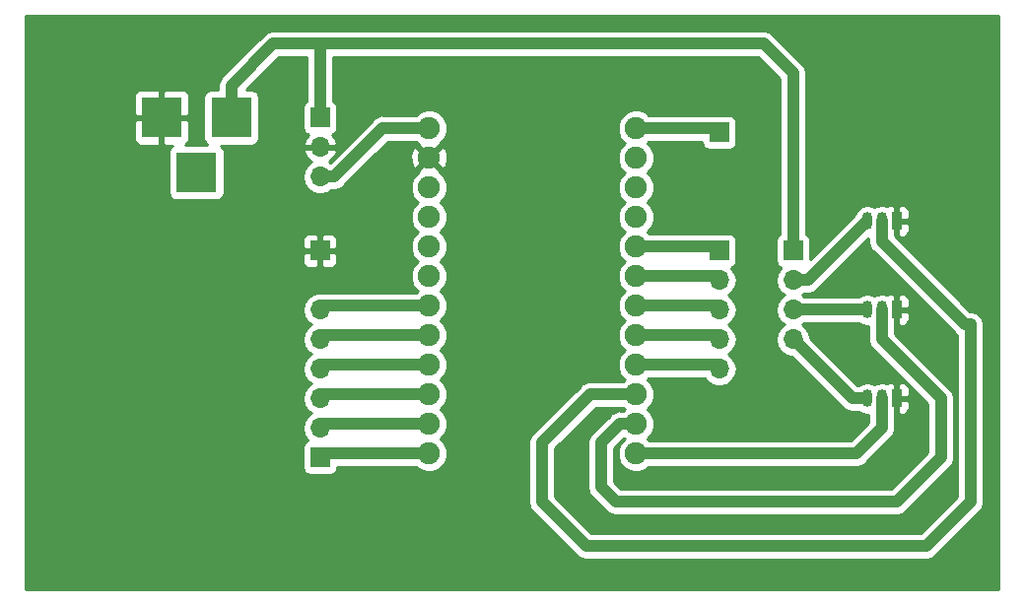
<source format=gbr>
G04 #@! TF.GenerationSoftware,KiCad,Pcbnew,(5.0.2)-1*
G04 #@! TF.CreationDate,2019-04-13T00:16:19-04:00*
G04 #@! TF.ProjectId,clock,636c6f63-6b2e-46b6-9963-61645f706362,rev?*
G04 #@! TF.SameCoordinates,Original*
G04 #@! TF.FileFunction,Copper,L2,Bot*
G04 #@! TF.FilePolarity,Positive*
%FSLAX46Y46*%
G04 Gerber Fmt 4.6, Leading zero omitted, Abs format (unit mm)*
G04 Created by KiCad (PCBNEW (5.0.2)-1) date 4/13/2019 12:16:19 AM*
%MOMM*%
%LPD*%
G01*
G04 APERTURE LIST*
G04 #@! TA.AperFunction,ComponentPad*
%ADD10R,0.900000X1.500000*%
G04 #@! TD*
G04 #@! TA.AperFunction,ComponentPad*
%ADD11O,0.900000X1.500000*%
G04 #@! TD*
G04 #@! TA.AperFunction,ComponentPad*
%ADD12R,3.500000X3.500000*%
G04 #@! TD*
G04 #@! TA.AperFunction,ComponentPad*
%ADD13O,1.700000X1.700000*%
G04 #@! TD*
G04 #@! TA.AperFunction,ComponentPad*
%ADD14R,1.700000X1.700000*%
G04 #@! TD*
G04 #@! TA.AperFunction,ComponentPad*
%ADD15C,1.900000*%
G04 #@! TD*
G04 #@! TA.AperFunction,Conductor*
%ADD16C,1.000000*%
G04 #@! TD*
G04 #@! TA.AperFunction,Conductor*
%ADD17C,0.254000*%
G04 #@! TD*
G04 APERTURE END LIST*
D10*
G04 #@! TO.P,Q3,1*
G04 #@! TO.N,GND*
X165100000Y-80010000D03*
D11*
G04 #@! TO.P,Q3,3*
G04 #@! TO.N,GREEN*
X162560000Y-80010000D03*
G04 #@! TO.P,Q3,2*
G04 #@! TO.N,GREEN_CTRL*
X163830000Y-80010000D03*
G04 #@! TD*
G04 #@! TO.P,Q2,2*
G04 #@! TO.N,RED_CTRL*
X163830000Y-87630000D03*
G04 #@! TO.P,Q2,3*
G04 #@! TO.N,RED*
X162560000Y-87630000D03*
D10*
G04 #@! TO.P,Q2,1*
G04 #@! TO.N,GND*
X165100000Y-87630000D03*
G04 #@! TD*
G04 #@! TO.P,Q1,1*
G04 #@! TO.N,GND*
X165100000Y-95250000D03*
D11*
G04 #@! TO.P,Q1,3*
G04 #@! TO.N,BLUE*
X162560000Y-95250000D03*
G04 #@! TO.P,Q1,2*
G04 #@! TO.N,BLUE_CTRL*
X163830000Y-95250000D03*
G04 #@! TD*
D12*
G04 #@! TO.P,J1,3*
G04 #@! TO.N,N/C*
X104950000Y-75820000D03*
G04 #@! TO.P,J1,2*
G04 #@! TO.N,GND*
X101950000Y-71120000D03*
G04 #@! TO.P,J1,1*
G04 #@! TO.N,+12V*
X107950000Y-71120000D03*
G04 #@! TD*
D13*
G04 #@! TO.P,J2,4*
G04 #@! TO.N,BLUE*
X156210000Y-90170000D03*
G04 #@! TO.P,J2,3*
G04 #@! TO.N,RED*
X156210000Y-87630000D03*
G04 #@! TO.P,J2,2*
G04 #@! TO.N,GREEN*
X156210000Y-85090000D03*
D14*
G04 #@! TO.P,J2,1*
G04 #@! TO.N,+12V*
X156210000Y-82550000D03*
G04 #@! TD*
G04 #@! TO.P,J3,1*
G04 #@! TO.N,3.3V*
X149860000Y-72390000D03*
G04 #@! TD*
D13*
G04 #@! TO.P,J4,6*
G04 #@! TO.N,A5*
X115570000Y-87630000D03*
G04 #@! TO.P,J4,5*
G04 #@! TO.N,A4*
X115570000Y-90170000D03*
G04 #@! TO.P,J4,4*
G04 #@! TO.N,A3*
X115570000Y-92710000D03*
G04 #@! TO.P,J4,3*
G04 #@! TO.N,A2*
X115570000Y-95250000D03*
G04 #@! TO.P,J4,2*
G04 #@! TO.N,A1*
X115570000Y-97790000D03*
D14*
G04 #@! TO.P,J4,1*
G04 #@! TO.N,A0*
X115570000Y-100330000D03*
G04 #@! TD*
G04 #@! TO.P,J5,1*
G04 #@! TO.N,GND*
X115570000Y-82550000D03*
G04 #@! TD*
D13*
G04 #@! TO.P,J6,5*
G04 #@! TO.N,D3*
X149860000Y-92710000D03*
G04 #@! TO.P,J6,4*
G04 #@! TO.N,D4*
X149860000Y-90170000D03*
G04 #@! TO.P,J6,3*
G04 #@! TO.N,D5*
X149860000Y-87630000D03*
G04 #@! TO.P,J6,2*
G04 #@! TO.N,D6*
X149860000Y-85090000D03*
D14*
G04 #@! TO.P,J6,1*
G04 #@! TO.N,D7*
X149860000Y-82550000D03*
G04 #@! TD*
D13*
G04 #@! TO.P,U1,3*
G04 #@! TO.N,Net-(U1-Pad3)*
X115570000Y-76200000D03*
G04 #@! TO.P,U1,2*
G04 #@! TO.N,GND*
X115570000Y-73660000D03*
D14*
G04 #@! TO.P,U1,1*
G04 #@! TO.N,+12V*
X115570000Y-71120000D03*
G04 #@! TD*
D15*
G04 #@! TO.P,U2,1*
G04 #@! TO.N,Net-(U1-Pad3)*
X124930002Y-72033002D03*
G04 #@! TO.P,U2,2*
G04 #@! TO.N,GND*
X124930002Y-74573002D03*
G04 #@! TO.P,U2,3*
G04 #@! TO.N,Net-(U2-Pad3)*
X124930002Y-77113002D03*
G04 #@! TO.P,U2,4*
G04 #@! TO.N,Net-(U2-Pad4)*
X124930002Y-79653002D03*
G04 #@! TO.P,U2,5*
G04 #@! TO.N,Net-(U2-Pad5)*
X124930002Y-82193002D03*
G04 #@! TO.P,U2,6*
G04 #@! TO.N,Net-(U2-Pad6)*
X124930002Y-84733002D03*
G04 #@! TO.P,U2,7*
G04 #@! TO.N,A5*
X124930002Y-87273002D03*
G04 #@! TO.P,U2,8*
G04 #@! TO.N,A4*
X124930002Y-89813002D03*
G04 #@! TO.P,U2,9*
G04 #@! TO.N,A3*
X124930002Y-92353002D03*
G04 #@! TO.P,U2,10*
G04 #@! TO.N,A2*
X124930002Y-94893002D03*
G04 #@! TO.P,U2,11*
G04 #@! TO.N,A1*
X124930002Y-97433002D03*
G04 #@! TO.P,U2,12*
G04 #@! TO.N,A0*
X124930002Y-99973002D03*
G04 #@! TO.P,U2,24*
G04 #@! TO.N,3.3V*
X142710002Y-72033002D03*
G04 #@! TO.P,U2,23*
G04 #@! TO.N,Net-(U2-Pad23)*
X142710002Y-74573002D03*
G04 #@! TO.P,U2,22*
G04 #@! TO.N,Net-(U2-Pad22)*
X142710002Y-77113002D03*
G04 #@! TO.P,U2,21*
G04 #@! TO.N,N/C*
X142710002Y-79653002D03*
G04 #@! TO.P,U2,20*
G04 #@! TO.N,D7*
X142710002Y-82193002D03*
G04 #@! TO.P,U2,19*
G04 #@! TO.N,D6*
X142710002Y-84733002D03*
G04 #@! TO.P,U2,18*
G04 #@! TO.N,D5*
X142710002Y-87273002D03*
G04 #@! TO.P,U2,17*
G04 #@! TO.N,D4*
X142710002Y-89813002D03*
G04 #@! TO.P,U2,16*
G04 #@! TO.N,D3*
X142710002Y-92353002D03*
G04 #@! TO.P,U2,15*
G04 #@! TO.N,GREEN_CTRL*
X142710002Y-94893002D03*
G04 #@! TO.P,U2,14*
G04 #@! TO.N,RED_CTRL*
X142710002Y-97433002D03*
G04 #@! TO.P,U2,13*
G04 #@! TO.N,BLUE_CTRL*
X142710002Y-99973002D03*
G04 #@! TD*
D16*
G04 #@! TO.N,+12V*
X107950000Y-71120000D02*
X107950000Y-68370000D01*
X107950000Y-68370000D02*
X111550000Y-64770000D01*
X115570000Y-71120000D02*
X115570000Y-64770000D01*
X111550000Y-64770000D02*
X115570000Y-64770000D01*
X156210000Y-67310000D02*
X156210000Y-82550000D01*
X115570000Y-64770000D02*
X153670000Y-64770000D01*
X153670000Y-64770000D02*
X156210000Y-67310000D01*
G04 #@! TO.N,BLUE*
X161290000Y-95250000D02*
X162379990Y-95250000D01*
X156210000Y-90170000D02*
X161290000Y-95250000D01*
G04 #@! TO.N,RED*
X156210000Y-87630000D02*
X162379990Y-87630000D01*
G04 #@! TO.N,GREEN*
X157480000Y-85090000D02*
X162379990Y-80190010D01*
X156210000Y-85090000D02*
X157480000Y-85090000D01*
G04 #@! TO.N,3.3V*
X149503002Y-72033002D02*
X149860000Y-72390000D01*
X142710002Y-72033002D02*
X149503002Y-72033002D01*
G04 #@! TO.N,A5*
X115926998Y-87273002D02*
X115570000Y-87630000D01*
X124930002Y-87273002D02*
X115926998Y-87273002D01*
G04 #@! TO.N,A4*
X115926998Y-89813002D02*
X115570000Y-90170000D01*
X124930002Y-89813002D02*
X115926998Y-89813002D01*
G04 #@! TO.N,A3*
X115926998Y-92353002D02*
X115570000Y-92710000D01*
X124930002Y-92353002D02*
X115926998Y-92353002D01*
G04 #@! TO.N,A2*
X115926998Y-94893002D02*
X115570000Y-95250000D01*
X124930002Y-94893002D02*
X115926998Y-94893002D01*
G04 #@! TO.N,A1*
X115926998Y-97433002D02*
X115570000Y-97790000D01*
X124930002Y-97433002D02*
X115926998Y-97433002D01*
G04 #@! TO.N,A0*
X115926998Y-99973002D02*
X115570000Y-100330000D01*
X124930002Y-99973002D02*
X115926998Y-99973002D01*
G04 #@! TO.N,D3*
X149503002Y-92353002D02*
X149860000Y-92710000D01*
X142710002Y-92353002D02*
X149503002Y-92353002D01*
G04 #@! TO.N,D4*
X149503002Y-89813002D02*
X149860000Y-90170000D01*
X142710002Y-89813002D02*
X149503002Y-89813002D01*
G04 #@! TO.N,D5*
X149503002Y-87273002D02*
X149860000Y-87630000D01*
X142710002Y-87273002D02*
X149503002Y-87273002D01*
G04 #@! TO.N,D6*
X149503002Y-84733002D02*
X149860000Y-85090000D01*
X142710002Y-84733002D02*
X149503002Y-84733002D01*
G04 #@! TO.N,D7*
X149503002Y-82193002D02*
X149860000Y-82550000D01*
X142710002Y-82193002D02*
X149503002Y-82193002D01*
G04 #@! TO.N,Net-(U1-Pad3)*
X123586500Y-72033002D02*
X124930002Y-72033002D01*
X120939079Y-72033002D02*
X123586500Y-72033002D01*
X116772081Y-76200000D02*
X120939079Y-72033002D01*
X115570000Y-76200000D02*
X116772081Y-76200000D01*
G04 #@! TO.N,GREEN_CTRL*
X142710002Y-94893002D02*
X138786998Y-94893002D01*
X138786998Y-94893002D02*
X134620000Y-99060000D01*
X134620000Y-99060000D02*
X134620000Y-104140000D01*
X134620000Y-104140000D02*
X138430000Y-107950000D01*
X138430000Y-107950000D02*
X167640000Y-107950000D01*
X167640000Y-107950000D02*
X171450000Y-104140000D01*
X171450000Y-104140000D02*
X171450000Y-88900000D01*
X163830000Y-81760000D02*
X163830000Y-80010000D01*
X170970000Y-88900000D02*
X163830000Y-81760000D01*
X171450000Y-88900000D02*
X170970000Y-88900000D01*
G04 #@! TO.N,RED_CTRL*
X142710002Y-97433002D02*
X141326998Y-97433002D01*
X141326998Y-97433002D02*
X139700000Y-99060000D01*
X139700000Y-99060000D02*
X139700000Y-99479002D01*
X139700000Y-99479002D02*
X139700000Y-102870000D01*
X139700000Y-102870000D02*
X140970000Y-104140000D01*
X140970000Y-104140000D02*
X165100000Y-104140000D01*
X165100000Y-104140000D02*
X168910000Y-100330000D01*
X168910000Y-100330000D02*
X168910000Y-95250000D01*
X168910000Y-95250000D02*
X163830000Y-90170000D01*
X163830000Y-90170000D02*
X163830000Y-87630000D01*
G04 #@! TO.N,BLUE_CTRL*
X142710002Y-99973002D02*
X161646998Y-99973002D01*
X163830000Y-97790000D02*
X163830000Y-95250000D01*
X161646998Y-99973002D02*
X163830000Y-97790000D01*
G04 #@! TD*
D17*
G04 #@! TO.N,GND*
G36*
X173863000Y-111633000D02*
X90297000Y-111633000D01*
X90297000Y-87630000D01*
X114055908Y-87630000D01*
X114171161Y-88209418D01*
X114499375Y-88700625D01*
X114797761Y-88900000D01*
X114499375Y-89099375D01*
X114171161Y-89590582D01*
X114055908Y-90170000D01*
X114171161Y-90749418D01*
X114499375Y-91240625D01*
X114797761Y-91440000D01*
X114499375Y-91639375D01*
X114171161Y-92130582D01*
X114055908Y-92710000D01*
X114171161Y-93289418D01*
X114499375Y-93780625D01*
X114797761Y-93980000D01*
X114499375Y-94179375D01*
X114171161Y-94670582D01*
X114055908Y-95250000D01*
X114171161Y-95829418D01*
X114499375Y-96320625D01*
X114797761Y-96520000D01*
X114499375Y-96719375D01*
X114171161Y-97210582D01*
X114055908Y-97790000D01*
X114171161Y-98369418D01*
X114499375Y-98860625D01*
X114517619Y-98872816D01*
X114472235Y-98881843D01*
X114262191Y-99022191D01*
X114121843Y-99232235D01*
X114072560Y-99480000D01*
X114072560Y-101180000D01*
X114121843Y-101427765D01*
X114262191Y-101637809D01*
X114472235Y-101778157D01*
X114720000Y-101827440D01*
X116420000Y-101827440D01*
X116667765Y-101778157D01*
X116877809Y-101637809D01*
X117018157Y-101427765D01*
X117067440Y-101180000D01*
X117067440Y-101108002D01*
X123823474Y-101108002D01*
X124032172Y-101316700D01*
X124614726Y-101558002D01*
X125245278Y-101558002D01*
X125827832Y-101316700D01*
X126273700Y-100870832D01*
X126515002Y-100288278D01*
X126515002Y-99657726D01*
X126273700Y-99075172D01*
X125901530Y-98703002D01*
X126273700Y-98330832D01*
X126515002Y-97748278D01*
X126515002Y-97117726D01*
X126273700Y-96535172D01*
X125901530Y-96163002D01*
X126273700Y-95790832D01*
X126515002Y-95208278D01*
X126515002Y-94577726D01*
X126273700Y-93995172D01*
X125901530Y-93623002D01*
X126273700Y-93250832D01*
X126515002Y-92668278D01*
X126515002Y-92037726D01*
X126273700Y-91455172D01*
X125901530Y-91083002D01*
X126273700Y-90710832D01*
X126515002Y-90128278D01*
X126515002Y-89497726D01*
X126273700Y-88915172D01*
X125901530Y-88543002D01*
X126273700Y-88170832D01*
X126515002Y-87588278D01*
X126515002Y-86957726D01*
X126273700Y-86375172D01*
X125901530Y-86003002D01*
X126273700Y-85630832D01*
X126515002Y-85048278D01*
X126515002Y-84417726D01*
X126273700Y-83835172D01*
X125901530Y-83463002D01*
X126273700Y-83090832D01*
X126515002Y-82508278D01*
X126515002Y-81877726D01*
X126273700Y-81295172D01*
X125901530Y-80923002D01*
X126273700Y-80550832D01*
X126515002Y-79968278D01*
X126515002Y-79337726D01*
X126273700Y-78755172D01*
X125901530Y-78383002D01*
X126273700Y-78010832D01*
X126515002Y-77428278D01*
X126515002Y-76797726D01*
X126273700Y-76215172D01*
X125835693Y-75777165D01*
X125866747Y-75689352D01*
X124930002Y-74752607D01*
X123993257Y-75689352D01*
X124024311Y-75777165D01*
X123586304Y-76215172D01*
X123345002Y-76797726D01*
X123345002Y-77428278D01*
X123586304Y-78010832D01*
X123958474Y-78383002D01*
X123586304Y-78755172D01*
X123345002Y-79337726D01*
X123345002Y-79968278D01*
X123586304Y-80550832D01*
X123958474Y-80923002D01*
X123586304Y-81295172D01*
X123345002Y-81877726D01*
X123345002Y-82508278D01*
X123586304Y-83090832D01*
X123958474Y-83463002D01*
X123586304Y-83835172D01*
X123345002Y-84417726D01*
X123345002Y-85048278D01*
X123586304Y-85630832D01*
X123958474Y-86003002D01*
X123823474Y-86138002D01*
X116038779Y-86138002D01*
X115926997Y-86115767D01*
X115815215Y-86138002D01*
X115748145Y-86151343D01*
X115716256Y-86145000D01*
X115423744Y-86145000D01*
X114990582Y-86231161D01*
X114499375Y-86559375D01*
X114171161Y-87050582D01*
X114055908Y-87630000D01*
X90297000Y-87630000D01*
X90297000Y-82835750D01*
X114085000Y-82835750D01*
X114085000Y-83526310D01*
X114181673Y-83759699D01*
X114360302Y-83938327D01*
X114593691Y-84035000D01*
X115284250Y-84035000D01*
X115443000Y-83876250D01*
X115443000Y-82677000D01*
X115697000Y-82677000D01*
X115697000Y-83876250D01*
X115855750Y-84035000D01*
X116546309Y-84035000D01*
X116779698Y-83938327D01*
X116958327Y-83759699D01*
X117055000Y-83526310D01*
X117055000Y-82835750D01*
X116896250Y-82677000D01*
X115697000Y-82677000D01*
X115443000Y-82677000D01*
X114243750Y-82677000D01*
X114085000Y-82835750D01*
X90297000Y-82835750D01*
X90297000Y-81573690D01*
X114085000Y-81573690D01*
X114085000Y-82264250D01*
X114243750Y-82423000D01*
X115443000Y-82423000D01*
X115443000Y-81223750D01*
X115697000Y-81223750D01*
X115697000Y-82423000D01*
X116896250Y-82423000D01*
X117055000Y-82264250D01*
X117055000Y-81573690D01*
X116958327Y-81340301D01*
X116779698Y-81161673D01*
X116546309Y-81065000D01*
X115855750Y-81065000D01*
X115697000Y-81223750D01*
X115443000Y-81223750D01*
X115284250Y-81065000D01*
X114593691Y-81065000D01*
X114360302Y-81161673D01*
X114181673Y-81340301D01*
X114085000Y-81573690D01*
X90297000Y-81573690D01*
X90297000Y-71405750D01*
X99565000Y-71405750D01*
X99565000Y-72996310D01*
X99661673Y-73229699D01*
X99840302Y-73408327D01*
X100073691Y-73505000D01*
X101664250Y-73505000D01*
X101823000Y-73346250D01*
X101823000Y-71247000D01*
X102077000Y-71247000D01*
X102077000Y-73346250D01*
X102235750Y-73505000D01*
X102902612Y-73505000D01*
X102742191Y-73612191D01*
X102601843Y-73822235D01*
X102552560Y-74070000D01*
X102552560Y-77570000D01*
X102601843Y-77817765D01*
X102742191Y-78027809D01*
X102952235Y-78168157D01*
X103200000Y-78217440D01*
X106700000Y-78217440D01*
X106947765Y-78168157D01*
X107157809Y-78027809D01*
X107298157Y-77817765D01*
X107347440Y-77570000D01*
X107347440Y-76200000D01*
X114055908Y-76200000D01*
X114171161Y-76779418D01*
X114499375Y-77270625D01*
X114990582Y-77598839D01*
X115423744Y-77685000D01*
X115716256Y-77685000D01*
X116149418Y-77598839D01*
X116544281Y-77335000D01*
X116660298Y-77335000D01*
X116772081Y-77357235D01*
X116883864Y-77335000D01*
X117214936Y-77269146D01*
X117590370Y-77018289D01*
X117653694Y-76923518D01*
X120256812Y-74320400D01*
X123333814Y-74320400D01*
X123358650Y-74950463D01*
X123551983Y-75417210D01*
X123813652Y-75509747D01*
X124750397Y-74573002D01*
X125109607Y-74573002D01*
X126046352Y-75509747D01*
X126308021Y-75417210D01*
X126526190Y-74825604D01*
X126501354Y-74195541D01*
X126308021Y-73728794D01*
X126046352Y-73636257D01*
X125109607Y-74573002D01*
X124750397Y-74573002D01*
X123813652Y-73636257D01*
X123551983Y-73728794D01*
X123333814Y-74320400D01*
X120256812Y-74320400D01*
X121409211Y-73168002D01*
X123823474Y-73168002D01*
X124024311Y-73368839D01*
X123993257Y-73456652D01*
X124930002Y-74393397D01*
X125866747Y-73456652D01*
X125835693Y-73368839D01*
X126273700Y-72930832D01*
X126515002Y-72348278D01*
X126515002Y-71717726D01*
X126273700Y-71135172D01*
X125827832Y-70689304D01*
X125245278Y-70448002D01*
X124614726Y-70448002D01*
X124032172Y-70689304D01*
X123823474Y-70898002D01*
X121050861Y-70898002D01*
X120939078Y-70875767D01*
X120606891Y-70941843D01*
X120496224Y-70963856D01*
X120120790Y-71214713D01*
X120057468Y-71309481D01*
X116399014Y-74967936D01*
X116321522Y-74916157D01*
X116451358Y-74855183D01*
X116841645Y-74426924D01*
X117011476Y-74016890D01*
X116890155Y-73787000D01*
X115697000Y-73787000D01*
X115697000Y-73807000D01*
X115443000Y-73807000D01*
X115443000Y-73787000D01*
X114249845Y-73787000D01*
X114128524Y-74016890D01*
X114298355Y-74426924D01*
X114688642Y-74855183D01*
X114818478Y-74916157D01*
X114499375Y-75129375D01*
X114171161Y-75620582D01*
X114055908Y-76200000D01*
X107347440Y-76200000D01*
X107347440Y-74070000D01*
X107298157Y-73822235D01*
X107157809Y-73612191D01*
X107016005Y-73517440D01*
X109700000Y-73517440D01*
X109947765Y-73468157D01*
X110157809Y-73327809D01*
X110298157Y-73117765D01*
X110347440Y-72870000D01*
X110347440Y-69370000D01*
X110298157Y-69122235D01*
X110157809Y-68912191D01*
X109947765Y-68771843D01*
X109700000Y-68722560D01*
X109202571Y-68722560D01*
X112020132Y-65905000D01*
X114435001Y-65905000D01*
X114435000Y-69696723D01*
X114262191Y-69812191D01*
X114121843Y-70022235D01*
X114072560Y-70270000D01*
X114072560Y-71970000D01*
X114121843Y-72217765D01*
X114262191Y-72427809D01*
X114472235Y-72568157D01*
X114575708Y-72588739D01*
X114298355Y-72893076D01*
X114128524Y-73303110D01*
X114249845Y-73533000D01*
X115443000Y-73533000D01*
X115443000Y-73513000D01*
X115697000Y-73513000D01*
X115697000Y-73533000D01*
X116890155Y-73533000D01*
X117011476Y-73303110D01*
X116841645Y-72893076D01*
X116564292Y-72588739D01*
X116667765Y-72568157D01*
X116877809Y-72427809D01*
X117018157Y-72217765D01*
X117067440Y-71970000D01*
X117067440Y-70270000D01*
X117018157Y-70022235D01*
X116877809Y-69812191D01*
X116705000Y-69696723D01*
X116705000Y-65905000D01*
X153199869Y-65905000D01*
X155075000Y-67780132D01*
X155075001Y-81126722D01*
X154902191Y-81242191D01*
X154761843Y-81452235D01*
X154712560Y-81700000D01*
X154712560Y-83400000D01*
X154761843Y-83647765D01*
X154902191Y-83857809D01*
X155112235Y-83998157D01*
X155157619Y-84007184D01*
X155139375Y-84019375D01*
X154811161Y-84510582D01*
X154695908Y-85090000D01*
X154811161Y-85669418D01*
X155139375Y-86160625D01*
X155437761Y-86360000D01*
X155139375Y-86559375D01*
X154811161Y-87050582D01*
X154695908Y-87630000D01*
X154811161Y-88209418D01*
X155139375Y-88700625D01*
X155437761Y-88900000D01*
X155139375Y-89099375D01*
X154811161Y-89590582D01*
X154695908Y-90170000D01*
X154811161Y-90749418D01*
X155139375Y-91240625D01*
X155630582Y-91568839D01*
X156063744Y-91655000D01*
X156089869Y-91655000D01*
X160408389Y-95973521D01*
X160471711Y-96068289D01*
X160723756Y-96236700D01*
X160847145Y-96319146D01*
X161290000Y-96407235D01*
X161401783Y-96385000D01*
X161856719Y-96385000D01*
X162136655Y-96572047D01*
X162560000Y-96656256D01*
X162695000Y-96629403D01*
X162695000Y-97319868D01*
X161176867Y-98838002D01*
X143816530Y-98838002D01*
X143681530Y-98703002D01*
X144053700Y-98330832D01*
X144295002Y-97748278D01*
X144295002Y-97117726D01*
X144053700Y-96535172D01*
X143681530Y-96163002D01*
X144053700Y-95790832D01*
X144295002Y-95208278D01*
X144295002Y-94577726D01*
X144053700Y-93995172D01*
X143681530Y-93623002D01*
X143816530Y-93488002D01*
X148593851Y-93488002D01*
X148789375Y-93780625D01*
X149280582Y-94108839D01*
X149713744Y-94195000D01*
X150006256Y-94195000D01*
X150439418Y-94108839D01*
X150930625Y-93780625D01*
X151258839Y-93289418D01*
X151374092Y-92710000D01*
X151258839Y-92130582D01*
X150930625Y-91639375D01*
X150632239Y-91440000D01*
X150930625Y-91240625D01*
X151258839Y-90749418D01*
X151374092Y-90170000D01*
X151258839Y-89590582D01*
X150930625Y-89099375D01*
X150632239Y-88900000D01*
X150930625Y-88700625D01*
X151258839Y-88209418D01*
X151374092Y-87630000D01*
X151258839Y-87050582D01*
X150930625Y-86559375D01*
X150632239Y-86360000D01*
X150930625Y-86160625D01*
X151258839Y-85669418D01*
X151374092Y-85090000D01*
X151258839Y-84510582D01*
X150930625Y-84019375D01*
X150912381Y-84007184D01*
X150957765Y-83998157D01*
X151167809Y-83857809D01*
X151308157Y-83647765D01*
X151357440Y-83400000D01*
X151357440Y-81700000D01*
X151308157Y-81452235D01*
X151167809Y-81242191D01*
X150957765Y-81101843D01*
X150710000Y-81052560D01*
X149587426Y-81052560D01*
X149503002Y-81035767D01*
X149418578Y-81052560D01*
X149010000Y-81052560D01*
X148982641Y-81058002D01*
X143816530Y-81058002D01*
X143681530Y-80923002D01*
X144053700Y-80550832D01*
X144295002Y-79968278D01*
X144295002Y-79337726D01*
X144053700Y-78755172D01*
X143681530Y-78383002D01*
X144053700Y-78010832D01*
X144295002Y-77428278D01*
X144295002Y-76797726D01*
X144053700Y-76215172D01*
X143681530Y-75843002D01*
X144053700Y-75470832D01*
X144295002Y-74888278D01*
X144295002Y-74257726D01*
X144053700Y-73675172D01*
X143681530Y-73303002D01*
X143816530Y-73168002D01*
X148362560Y-73168002D01*
X148362560Y-73240000D01*
X148411843Y-73487765D01*
X148552191Y-73697809D01*
X148762235Y-73838157D01*
X149010000Y-73887440D01*
X150710000Y-73887440D01*
X150957765Y-73838157D01*
X151167809Y-73697809D01*
X151308157Y-73487765D01*
X151357440Y-73240000D01*
X151357440Y-71540000D01*
X151308157Y-71292235D01*
X151167809Y-71082191D01*
X150957765Y-70941843D01*
X150710000Y-70892560D01*
X149587426Y-70892560D01*
X149503002Y-70875767D01*
X149418578Y-70892560D01*
X149010000Y-70892560D01*
X148982641Y-70898002D01*
X143816530Y-70898002D01*
X143607832Y-70689304D01*
X143025278Y-70448002D01*
X142394726Y-70448002D01*
X141812172Y-70689304D01*
X141366304Y-71135172D01*
X141125002Y-71717726D01*
X141125002Y-72348278D01*
X141366304Y-72930832D01*
X141738474Y-73303002D01*
X141366304Y-73675172D01*
X141125002Y-74257726D01*
X141125002Y-74888278D01*
X141366304Y-75470832D01*
X141738474Y-75843002D01*
X141366304Y-76215172D01*
X141125002Y-76797726D01*
X141125002Y-77428278D01*
X141366304Y-78010832D01*
X141738474Y-78383002D01*
X141366304Y-78755172D01*
X141125002Y-79337726D01*
X141125002Y-79968278D01*
X141366304Y-80550832D01*
X141738474Y-80923002D01*
X141366304Y-81295172D01*
X141125002Y-81877726D01*
X141125002Y-82508278D01*
X141366304Y-83090832D01*
X141738474Y-83463002D01*
X141366304Y-83835172D01*
X141125002Y-84417726D01*
X141125002Y-85048278D01*
X141366304Y-85630832D01*
X141738474Y-86003002D01*
X141366304Y-86375172D01*
X141125002Y-86957726D01*
X141125002Y-87588278D01*
X141366304Y-88170832D01*
X141738474Y-88543002D01*
X141366304Y-88915172D01*
X141125002Y-89497726D01*
X141125002Y-90128278D01*
X141366304Y-90710832D01*
X141738474Y-91083002D01*
X141366304Y-91455172D01*
X141125002Y-92037726D01*
X141125002Y-92668278D01*
X141366304Y-93250832D01*
X141738474Y-93623002D01*
X141603474Y-93758002D01*
X138898780Y-93758002D01*
X138786997Y-93735767D01*
X138344143Y-93823856D01*
X137968709Y-94074713D01*
X137905387Y-94169481D01*
X133896482Y-98178387D01*
X133801711Y-98241711D01*
X133620092Y-98513524D01*
X133550854Y-98617146D01*
X133462765Y-99060000D01*
X133485000Y-99171783D01*
X133485001Y-104028212D01*
X133462765Y-104140000D01*
X133550854Y-104582854D01*
X133550855Y-104582855D01*
X133801712Y-104958289D01*
X133896480Y-105021611D01*
X137548389Y-108673521D01*
X137611711Y-108768289D01*
X137987145Y-109019146D01*
X138430000Y-109107235D01*
X138541783Y-109085000D01*
X167528217Y-109085000D01*
X167640000Y-109107235D01*
X167751783Y-109085000D01*
X168082855Y-109019146D01*
X168458289Y-108768289D01*
X168521613Y-108673518D01*
X172173522Y-105021610D01*
X172268289Y-104958289D01*
X172519146Y-104582855D01*
X172585000Y-104251783D01*
X172585000Y-104251782D01*
X172607235Y-104140000D01*
X172585000Y-104028217D01*
X172585000Y-89011783D01*
X172607235Y-88900000D01*
X172519146Y-88457145D01*
X172268289Y-88081711D01*
X171892855Y-87830854D01*
X171561783Y-87765000D01*
X171450000Y-87742765D01*
X171423223Y-87748091D01*
X164965000Y-81289869D01*
X164965000Y-81244250D01*
X164973000Y-81236250D01*
X164973000Y-80137000D01*
X165227000Y-80137000D01*
X165227000Y-81236250D01*
X165385750Y-81395000D01*
X165676309Y-81395000D01*
X165909698Y-81298327D01*
X166088327Y-81119699D01*
X166185000Y-80886310D01*
X166185000Y-80295750D01*
X166026250Y-80137000D01*
X165227000Y-80137000D01*
X164973000Y-80137000D01*
X164965000Y-80137000D01*
X164965000Y-79898217D01*
X164961973Y-79883000D01*
X164973000Y-79883000D01*
X164973000Y-78783750D01*
X165227000Y-78783750D01*
X165227000Y-79883000D01*
X166026250Y-79883000D01*
X166185000Y-79724250D01*
X166185000Y-79133690D01*
X166088327Y-78900301D01*
X165909698Y-78721673D01*
X165676309Y-78625000D01*
X165385750Y-78625000D01*
X165227000Y-78783750D01*
X164973000Y-78783750D01*
X164814250Y-78625000D01*
X164523691Y-78625000D01*
X164298641Y-78718219D01*
X164253345Y-78687953D01*
X163830000Y-78603744D01*
X163406654Y-78687953D01*
X163195000Y-78829376D01*
X162983345Y-78687953D01*
X162560000Y-78603744D01*
X162136654Y-78687953D01*
X161777759Y-78927759D01*
X161537953Y-79286655D01*
X161503126Y-79461742D01*
X157707440Y-83257429D01*
X157707440Y-81700000D01*
X157658157Y-81452235D01*
X157517809Y-81242191D01*
X157345000Y-81126723D01*
X157345000Y-67421781D01*
X157367235Y-67309999D01*
X157345000Y-67198217D01*
X157279146Y-66867145D01*
X157028289Y-66491711D01*
X156933521Y-66428390D01*
X154551613Y-64046482D01*
X154488289Y-63951711D01*
X154112855Y-63700854D01*
X153781783Y-63635000D01*
X153670000Y-63612765D01*
X153558217Y-63635000D01*
X115681783Y-63635000D01*
X115570000Y-63612765D01*
X115458217Y-63635000D01*
X111661783Y-63635000D01*
X111550000Y-63612765D01*
X111438217Y-63635000D01*
X111107145Y-63700854D01*
X110731711Y-63951711D01*
X110668389Y-64046479D01*
X107226480Y-67488389D01*
X107131712Y-67551711D01*
X106997313Y-67752854D01*
X106880854Y-67927146D01*
X106792765Y-68370000D01*
X106815001Y-68481788D01*
X106815001Y-68722560D01*
X106200000Y-68722560D01*
X105952235Y-68771843D01*
X105742191Y-68912191D01*
X105601843Y-69122235D01*
X105552560Y-69370000D01*
X105552560Y-72870000D01*
X105601843Y-73117765D01*
X105742191Y-73327809D01*
X105883995Y-73422560D01*
X104025337Y-73422560D01*
X104059698Y-73408327D01*
X104238327Y-73229699D01*
X104335000Y-72996310D01*
X104335000Y-71405750D01*
X104176250Y-71247000D01*
X102077000Y-71247000D01*
X101823000Y-71247000D01*
X99723750Y-71247000D01*
X99565000Y-71405750D01*
X90297000Y-71405750D01*
X90297000Y-69243690D01*
X99565000Y-69243690D01*
X99565000Y-70834250D01*
X99723750Y-70993000D01*
X101823000Y-70993000D01*
X101823000Y-68893750D01*
X102077000Y-68893750D01*
X102077000Y-70993000D01*
X104176250Y-70993000D01*
X104335000Y-70834250D01*
X104335000Y-69243690D01*
X104238327Y-69010301D01*
X104059698Y-68831673D01*
X103826309Y-68735000D01*
X102235750Y-68735000D01*
X102077000Y-68893750D01*
X101823000Y-68893750D01*
X101664250Y-68735000D01*
X100073691Y-68735000D01*
X99840302Y-68831673D01*
X99661673Y-69010301D01*
X99565000Y-69243690D01*
X90297000Y-69243690D01*
X90297000Y-62357000D01*
X173863000Y-62357000D01*
X173863000Y-111633000D01*
X173863000Y-111633000D01*
G37*
X173863000Y-111633000D02*
X90297000Y-111633000D01*
X90297000Y-87630000D01*
X114055908Y-87630000D01*
X114171161Y-88209418D01*
X114499375Y-88700625D01*
X114797761Y-88900000D01*
X114499375Y-89099375D01*
X114171161Y-89590582D01*
X114055908Y-90170000D01*
X114171161Y-90749418D01*
X114499375Y-91240625D01*
X114797761Y-91440000D01*
X114499375Y-91639375D01*
X114171161Y-92130582D01*
X114055908Y-92710000D01*
X114171161Y-93289418D01*
X114499375Y-93780625D01*
X114797761Y-93980000D01*
X114499375Y-94179375D01*
X114171161Y-94670582D01*
X114055908Y-95250000D01*
X114171161Y-95829418D01*
X114499375Y-96320625D01*
X114797761Y-96520000D01*
X114499375Y-96719375D01*
X114171161Y-97210582D01*
X114055908Y-97790000D01*
X114171161Y-98369418D01*
X114499375Y-98860625D01*
X114517619Y-98872816D01*
X114472235Y-98881843D01*
X114262191Y-99022191D01*
X114121843Y-99232235D01*
X114072560Y-99480000D01*
X114072560Y-101180000D01*
X114121843Y-101427765D01*
X114262191Y-101637809D01*
X114472235Y-101778157D01*
X114720000Y-101827440D01*
X116420000Y-101827440D01*
X116667765Y-101778157D01*
X116877809Y-101637809D01*
X117018157Y-101427765D01*
X117067440Y-101180000D01*
X117067440Y-101108002D01*
X123823474Y-101108002D01*
X124032172Y-101316700D01*
X124614726Y-101558002D01*
X125245278Y-101558002D01*
X125827832Y-101316700D01*
X126273700Y-100870832D01*
X126515002Y-100288278D01*
X126515002Y-99657726D01*
X126273700Y-99075172D01*
X125901530Y-98703002D01*
X126273700Y-98330832D01*
X126515002Y-97748278D01*
X126515002Y-97117726D01*
X126273700Y-96535172D01*
X125901530Y-96163002D01*
X126273700Y-95790832D01*
X126515002Y-95208278D01*
X126515002Y-94577726D01*
X126273700Y-93995172D01*
X125901530Y-93623002D01*
X126273700Y-93250832D01*
X126515002Y-92668278D01*
X126515002Y-92037726D01*
X126273700Y-91455172D01*
X125901530Y-91083002D01*
X126273700Y-90710832D01*
X126515002Y-90128278D01*
X126515002Y-89497726D01*
X126273700Y-88915172D01*
X125901530Y-88543002D01*
X126273700Y-88170832D01*
X126515002Y-87588278D01*
X126515002Y-86957726D01*
X126273700Y-86375172D01*
X125901530Y-86003002D01*
X126273700Y-85630832D01*
X126515002Y-85048278D01*
X126515002Y-84417726D01*
X126273700Y-83835172D01*
X125901530Y-83463002D01*
X126273700Y-83090832D01*
X126515002Y-82508278D01*
X126515002Y-81877726D01*
X126273700Y-81295172D01*
X125901530Y-80923002D01*
X126273700Y-80550832D01*
X126515002Y-79968278D01*
X126515002Y-79337726D01*
X126273700Y-78755172D01*
X125901530Y-78383002D01*
X126273700Y-78010832D01*
X126515002Y-77428278D01*
X126515002Y-76797726D01*
X126273700Y-76215172D01*
X125835693Y-75777165D01*
X125866747Y-75689352D01*
X124930002Y-74752607D01*
X123993257Y-75689352D01*
X124024311Y-75777165D01*
X123586304Y-76215172D01*
X123345002Y-76797726D01*
X123345002Y-77428278D01*
X123586304Y-78010832D01*
X123958474Y-78383002D01*
X123586304Y-78755172D01*
X123345002Y-79337726D01*
X123345002Y-79968278D01*
X123586304Y-80550832D01*
X123958474Y-80923002D01*
X123586304Y-81295172D01*
X123345002Y-81877726D01*
X123345002Y-82508278D01*
X123586304Y-83090832D01*
X123958474Y-83463002D01*
X123586304Y-83835172D01*
X123345002Y-84417726D01*
X123345002Y-85048278D01*
X123586304Y-85630832D01*
X123958474Y-86003002D01*
X123823474Y-86138002D01*
X116038779Y-86138002D01*
X115926997Y-86115767D01*
X115815215Y-86138002D01*
X115748145Y-86151343D01*
X115716256Y-86145000D01*
X115423744Y-86145000D01*
X114990582Y-86231161D01*
X114499375Y-86559375D01*
X114171161Y-87050582D01*
X114055908Y-87630000D01*
X90297000Y-87630000D01*
X90297000Y-82835750D01*
X114085000Y-82835750D01*
X114085000Y-83526310D01*
X114181673Y-83759699D01*
X114360302Y-83938327D01*
X114593691Y-84035000D01*
X115284250Y-84035000D01*
X115443000Y-83876250D01*
X115443000Y-82677000D01*
X115697000Y-82677000D01*
X115697000Y-83876250D01*
X115855750Y-84035000D01*
X116546309Y-84035000D01*
X116779698Y-83938327D01*
X116958327Y-83759699D01*
X117055000Y-83526310D01*
X117055000Y-82835750D01*
X116896250Y-82677000D01*
X115697000Y-82677000D01*
X115443000Y-82677000D01*
X114243750Y-82677000D01*
X114085000Y-82835750D01*
X90297000Y-82835750D01*
X90297000Y-81573690D01*
X114085000Y-81573690D01*
X114085000Y-82264250D01*
X114243750Y-82423000D01*
X115443000Y-82423000D01*
X115443000Y-81223750D01*
X115697000Y-81223750D01*
X115697000Y-82423000D01*
X116896250Y-82423000D01*
X117055000Y-82264250D01*
X117055000Y-81573690D01*
X116958327Y-81340301D01*
X116779698Y-81161673D01*
X116546309Y-81065000D01*
X115855750Y-81065000D01*
X115697000Y-81223750D01*
X115443000Y-81223750D01*
X115284250Y-81065000D01*
X114593691Y-81065000D01*
X114360302Y-81161673D01*
X114181673Y-81340301D01*
X114085000Y-81573690D01*
X90297000Y-81573690D01*
X90297000Y-71405750D01*
X99565000Y-71405750D01*
X99565000Y-72996310D01*
X99661673Y-73229699D01*
X99840302Y-73408327D01*
X100073691Y-73505000D01*
X101664250Y-73505000D01*
X101823000Y-73346250D01*
X101823000Y-71247000D01*
X102077000Y-71247000D01*
X102077000Y-73346250D01*
X102235750Y-73505000D01*
X102902612Y-73505000D01*
X102742191Y-73612191D01*
X102601843Y-73822235D01*
X102552560Y-74070000D01*
X102552560Y-77570000D01*
X102601843Y-77817765D01*
X102742191Y-78027809D01*
X102952235Y-78168157D01*
X103200000Y-78217440D01*
X106700000Y-78217440D01*
X106947765Y-78168157D01*
X107157809Y-78027809D01*
X107298157Y-77817765D01*
X107347440Y-77570000D01*
X107347440Y-76200000D01*
X114055908Y-76200000D01*
X114171161Y-76779418D01*
X114499375Y-77270625D01*
X114990582Y-77598839D01*
X115423744Y-77685000D01*
X115716256Y-77685000D01*
X116149418Y-77598839D01*
X116544281Y-77335000D01*
X116660298Y-77335000D01*
X116772081Y-77357235D01*
X116883864Y-77335000D01*
X117214936Y-77269146D01*
X117590370Y-77018289D01*
X117653694Y-76923518D01*
X120256812Y-74320400D01*
X123333814Y-74320400D01*
X123358650Y-74950463D01*
X123551983Y-75417210D01*
X123813652Y-75509747D01*
X124750397Y-74573002D01*
X125109607Y-74573002D01*
X126046352Y-75509747D01*
X126308021Y-75417210D01*
X126526190Y-74825604D01*
X126501354Y-74195541D01*
X126308021Y-73728794D01*
X126046352Y-73636257D01*
X125109607Y-74573002D01*
X124750397Y-74573002D01*
X123813652Y-73636257D01*
X123551983Y-73728794D01*
X123333814Y-74320400D01*
X120256812Y-74320400D01*
X121409211Y-73168002D01*
X123823474Y-73168002D01*
X124024311Y-73368839D01*
X123993257Y-73456652D01*
X124930002Y-74393397D01*
X125866747Y-73456652D01*
X125835693Y-73368839D01*
X126273700Y-72930832D01*
X126515002Y-72348278D01*
X126515002Y-71717726D01*
X126273700Y-71135172D01*
X125827832Y-70689304D01*
X125245278Y-70448002D01*
X124614726Y-70448002D01*
X124032172Y-70689304D01*
X123823474Y-70898002D01*
X121050861Y-70898002D01*
X120939078Y-70875767D01*
X120606891Y-70941843D01*
X120496224Y-70963856D01*
X120120790Y-71214713D01*
X120057468Y-71309481D01*
X116399014Y-74967936D01*
X116321522Y-74916157D01*
X116451358Y-74855183D01*
X116841645Y-74426924D01*
X117011476Y-74016890D01*
X116890155Y-73787000D01*
X115697000Y-73787000D01*
X115697000Y-73807000D01*
X115443000Y-73807000D01*
X115443000Y-73787000D01*
X114249845Y-73787000D01*
X114128524Y-74016890D01*
X114298355Y-74426924D01*
X114688642Y-74855183D01*
X114818478Y-74916157D01*
X114499375Y-75129375D01*
X114171161Y-75620582D01*
X114055908Y-76200000D01*
X107347440Y-76200000D01*
X107347440Y-74070000D01*
X107298157Y-73822235D01*
X107157809Y-73612191D01*
X107016005Y-73517440D01*
X109700000Y-73517440D01*
X109947765Y-73468157D01*
X110157809Y-73327809D01*
X110298157Y-73117765D01*
X110347440Y-72870000D01*
X110347440Y-69370000D01*
X110298157Y-69122235D01*
X110157809Y-68912191D01*
X109947765Y-68771843D01*
X109700000Y-68722560D01*
X109202571Y-68722560D01*
X112020132Y-65905000D01*
X114435001Y-65905000D01*
X114435000Y-69696723D01*
X114262191Y-69812191D01*
X114121843Y-70022235D01*
X114072560Y-70270000D01*
X114072560Y-71970000D01*
X114121843Y-72217765D01*
X114262191Y-72427809D01*
X114472235Y-72568157D01*
X114575708Y-72588739D01*
X114298355Y-72893076D01*
X114128524Y-73303110D01*
X114249845Y-73533000D01*
X115443000Y-73533000D01*
X115443000Y-73513000D01*
X115697000Y-73513000D01*
X115697000Y-73533000D01*
X116890155Y-73533000D01*
X117011476Y-73303110D01*
X116841645Y-72893076D01*
X116564292Y-72588739D01*
X116667765Y-72568157D01*
X116877809Y-72427809D01*
X117018157Y-72217765D01*
X117067440Y-71970000D01*
X117067440Y-70270000D01*
X117018157Y-70022235D01*
X116877809Y-69812191D01*
X116705000Y-69696723D01*
X116705000Y-65905000D01*
X153199869Y-65905000D01*
X155075000Y-67780132D01*
X155075001Y-81126722D01*
X154902191Y-81242191D01*
X154761843Y-81452235D01*
X154712560Y-81700000D01*
X154712560Y-83400000D01*
X154761843Y-83647765D01*
X154902191Y-83857809D01*
X155112235Y-83998157D01*
X155157619Y-84007184D01*
X155139375Y-84019375D01*
X154811161Y-84510582D01*
X154695908Y-85090000D01*
X154811161Y-85669418D01*
X155139375Y-86160625D01*
X155437761Y-86360000D01*
X155139375Y-86559375D01*
X154811161Y-87050582D01*
X154695908Y-87630000D01*
X154811161Y-88209418D01*
X155139375Y-88700625D01*
X155437761Y-88900000D01*
X155139375Y-89099375D01*
X154811161Y-89590582D01*
X154695908Y-90170000D01*
X154811161Y-90749418D01*
X155139375Y-91240625D01*
X155630582Y-91568839D01*
X156063744Y-91655000D01*
X156089869Y-91655000D01*
X160408389Y-95973521D01*
X160471711Y-96068289D01*
X160723756Y-96236700D01*
X160847145Y-96319146D01*
X161290000Y-96407235D01*
X161401783Y-96385000D01*
X161856719Y-96385000D01*
X162136655Y-96572047D01*
X162560000Y-96656256D01*
X162695000Y-96629403D01*
X162695000Y-97319868D01*
X161176867Y-98838002D01*
X143816530Y-98838002D01*
X143681530Y-98703002D01*
X144053700Y-98330832D01*
X144295002Y-97748278D01*
X144295002Y-97117726D01*
X144053700Y-96535172D01*
X143681530Y-96163002D01*
X144053700Y-95790832D01*
X144295002Y-95208278D01*
X144295002Y-94577726D01*
X144053700Y-93995172D01*
X143681530Y-93623002D01*
X143816530Y-93488002D01*
X148593851Y-93488002D01*
X148789375Y-93780625D01*
X149280582Y-94108839D01*
X149713744Y-94195000D01*
X150006256Y-94195000D01*
X150439418Y-94108839D01*
X150930625Y-93780625D01*
X151258839Y-93289418D01*
X151374092Y-92710000D01*
X151258839Y-92130582D01*
X150930625Y-91639375D01*
X150632239Y-91440000D01*
X150930625Y-91240625D01*
X151258839Y-90749418D01*
X151374092Y-90170000D01*
X151258839Y-89590582D01*
X150930625Y-89099375D01*
X150632239Y-88900000D01*
X150930625Y-88700625D01*
X151258839Y-88209418D01*
X151374092Y-87630000D01*
X151258839Y-87050582D01*
X150930625Y-86559375D01*
X150632239Y-86360000D01*
X150930625Y-86160625D01*
X151258839Y-85669418D01*
X151374092Y-85090000D01*
X151258839Y-84510582D01*
X150930625Y-84019375D01*
X150912381Y-84007184D01*
X150957765Y-83998157D01*
X151167809Y-83857809D01*
X151308157Y-83647765D01*
X151357440Y-83400000D01*
X151357440Y-81700000D01*
X151308157Y-81452235D01*
X151167809Y-81242191D01*
X150957765Y-81101843D01*
X150710000Y-81052560D01*
X149587426Y-81052560D01*
X149503002Y-81035767D01*
X149418578Y-81052560D01*
X149010000Y-81052560D01*
X148982641Y-81058002D01*
X143816530Y-81058002D01*
X143681530Y-80923002D01*
X144053700Y-80550832D01*
X144295002Y-79968278D01*
X144295002Y-79337726D01*
X144053700Y-78755172D01*
X143681530Y-78383002D01*
X144053700Y-78010832D01*
X144295002Y-77428278D01*
X144295002Y-76797726D01*
X144053700Y-76215172D01*
X143681530Y-75843002D01*
X144053700Y-75470832D01*
X144295002Y-74888278D01*
X144295002Y-74257726D01*
X144053700Y-73675172D01*
X143681530Y-73303002D01*
X143816530Y-73168002D01*
X148362560Y-73168002D01*
X148362560Y-73240000D01*
X148411843Y-73487765D01*
X148552191Y-73697809D01*
X148762235Y-73838157D01*
X149010000Y-73887440D01*
X150710000Y-73887440D01*
X150957765Y-73838157D01*
X151167809Y-73697809D01*
X151308157Y-73487765D01*
X151357440Y-73240000D01*
X151357440Y-71540000D01*
X151308157Y-71292235D01*
X151167809Y-71082191D01*
X150957765Y-70941843D01*
X150710000Y-70892560D01*
X149587426Y-70892560D01*
X149503002Y-70875767D01*
X149418578Y-70892560D01*
X149010000Y-70892560D01*
X148982641Y-70898002D01*
X143816530Y-70898002D01*
X143607832Y-70689304D01*
X143025278Y-70448002D01*
X142394726Y-70448002D01*
X141812172Y-70689304D01*
X141366304Y-71135172D01*
X141125002Y-71717726D01*
X141125002Y-72348278D01*
X141366304Y-72930832D01*
X141738474Y-73303002D01*
X141366304Y-73675172D01*
X141125002Y-74257726D01*
X141125002Y-74888278D01*
X141366304Y-75470832D01*
X141738474Y-75843002D01*
X141366304Y-76215172D01*
X141125002Y-76797726D01*
X141125002Y-77428278D01*
X141366304Y-78010832D01*
X141738474Y-78383002D01*
X141366304Y-78755172D01*
X141125002Y-79337726D01*
X141125002Y-79968278D01*
X141366304Y-80550832D01*
X141738474Y-80923002D01*
X141366304Y-81295172D01*
X141125002Y-81877726D01*
X141125002Y-82508278D01*
X141366304Y-83090832D01*
X141738474Y-83463002D01*
X141366304Y-83835172D01*
X141125002Y-84417726D01*
X141125002Y-85048278D01*
X141366304Y-85630832D01*
X141738474Y-86003002D01*
X141366304Y-86375172D01*
X141125002Y-86957726D01*
X141125002Y-87588278D01*
X141366304Y-88170832D01*
X141738474Y-88543002D01*
X141366304Y-88915172D01*
X141125002Y-89497726D01*
X141125002Y-90128278D01*
X141366304Y-90710832D01*
X141738474Y-91083002D01*
X141366304Y-91455172D01*
X141125002Y-92037726D01*
X141125002Y-92668278D01*
X141366304Y-93250832D01*
X141738474Y-93623002D01*
X141603474Y-93758002D01*
X138898780Y-93758002D01*
X138786997Y-93735767D01*
X138344143Y-93823856D01*
X137968709Y-94074713D01*
X137905387Y-94169481D01*
X133896482Y-98178387D01*
X133801711Y-98241711D01*
X133620092Y-98513524D01*
X133550854Y-98617146D01*
X133462765Y-99060000D01*
X133485000Y-99171783D01*
X133485001Y-104028212D01*
X133462765Y-104140000D01*
X133550854Y-104582854D01*
X133550855Y-104582855D01*
X133801712Y-104958289D01*
X133896480Y-105021611D01*
X137548389Y-108673521D01*
X137611711Y-108768289D01*
X137987145Y-109019146D01*
X138430000Y-109107235D01*
X138541783Y-109085000D01*
X167528217Y-109085000D01*
X167640000Y-109107235D01*
X167751783Y-109085000D01*
X168082855Y-109019146D01*
X168458289Y-108768289D01*
X168521613Y-108673518D01*
X172173522Y-105021610D01*
X172268289Y-104958289D01*
X172519146Y-104582855D01*
X172585000Y-104251783D01*
X172585000Y-104251782D01*
X172607235Y-104140000D01*
X172585000Y-104028217D01*
X172585000Y-89011783D01*
X172607235Y-88900000D01*
X172519146Y-88457145D01*
X172268289Y-88081711D01*
X171892855Y-87830854D01*
X171561783Y-87765000D01*
X171450000Y-87742765D01*
X171423223Y-87748091D01*
X164965000Y-81289869D01*
X164965000Y-81244250D01*
X164973000Y-81236250D01*
X164973000Y-80137000D01*
X165227000Y-80137000D01*
X165227000Y-81236250D01*
X165385750Y-81395000D01*
X165676309Y-81395000D01*
X165909698Y-81298327D01*
X166088327Y-81119699D01*
X166185000Y-80886310D01*
X166185000Y-80295750D01*
X166026250Y-80137000D01*
X165227000Y-80137000D01*
X164973000Y-80137000D01*
X164965000Y-80137000D01*
X164965000Y-79898217D01*
X164961973Y-79883000D01*
X164973000Y-79883000D01*
X164973000Y-78783750D01*
X165227000Y-78783750D01*
X165227000Y-79883000D01*
X166026250Y-79883000D01*
X166185000Y-79724250D01*
X166185000Y-79133690D01*
X166088327Y-78900301D01*
X165909698Y-78721673D01*
X165676309Y-78625000D01*
X165385750Y-78625000D01*
X165227000Y-78783750D01*
X164973000Y-78783750D01*
X164814250Y-78625000D01*
X164523691Y-78625000D01*
X164298641Y-78718219D01*
X164253345Y-78687953D01*
X163830000Y-78603744D01*
X163406654Y-78687953D01*
X163195000Y-78829376D01*
X162983345Y-78687953D01*
X162560000Y-78603744D01*
X162136654Y-78687953D01*
X161777759Y-78927759D01*
X161537953Y-79286655D01*
X161503126Y-79461742D01*
X157707440Y-83257429D01*
X157707440Y-81700000D01*
X157658157Y-81452235D01*
X157517809Y-81242191D01*
X157345000Y-81126723D01*
X157345000Y-67421781D01*
X157367235Y-67309999D01*
X157345000Y-67198217D01*
X157279146Y-66867145D01*
X157028289Y-66491711D01*
X156933521Y-66428390D01*
X154551613Y-64046482D01*
X154488289Y-63951711D01*
X154112855Y-63700854D01*
X153781783Y-63635000D01*
X153670000Y-63612765D01*
X153558217Y-63635000D01*
X115681783Y-63635000D01*
X115570000Y-63612765D01*
X115458217Y-63635000D01*
X111661783Y-63635000D01*
X111550000Y-63612765D01*
X111438217Y-63635000D01*
X111107145Y-63700854D01*
X110731711Y-63951711D01*
X110668389Y-64046479D01*
X107226480Y-67488389D01*
X107131712Y-67551711D01*
X106997313Y-67752854D01*
X106880854Y-67927146D01*
X106792765Y-68370000D01*
X106815001Y-68481788D01*
X106815001Y-68722560D01*
X106200000Y-68722560D01*
X105952235Y-68771843D01*
X105742191Y-68912191D01*
X105601843Y-69122235D01*
X105552560Y-69370000D01*
X105552560Y-72870000D01*
X105601843Y-73117765D01*
X105742191Y-73327809D01*
X105883995Y-73422560D01*
X104025337Y-73422560D01*
X104059698Y-73408327D01*
X104238327Y-73229699D01*
X104335000Y-72996310D01*
X104335000Y-71405750D01*
X104176250Y-71247000D01*
X102077000Y-71247000D01*
X101823000Y-71247000D01*
X99723750Y-71247000D01*
X99565000Y-71405750D01*
X90297000Y-71405750D01*
X90297000Y-69243690D01*
X99565000Y-69243690D01*
X99565000Y-70834250D01*
X99723750Y-70993000D01*
X101823000Y-70993000D01*
X101823000Y-68893750D01*
X102077000Y-68893750D01*
X102077000Y-70993000D01*
X104176250Y-70993000D01*
X104335000Y-70834250D01*
X104335000Y-69243690D01*
X104238327Y-69010301D01*
X104059698Y-68831673D01*
X103826309Y-68735000D01*
X102235750Y-68735000D01*
X102077000Y-68893750D01*
X101823000Y-68893750D01*
X101664250Y-68735000D01*
X100073691Y-68735000D01*
X99840302Y-68831673D01*
X99661673Y-69010301D01*
X99565000Y-69243690D01*
X90297000Y-69243690D01*
X90297000Y-62357000D01*
X173863000Y-62357000D01*
X173863000Y-111633000D01*
G36*
X162695000Y-81648217D02*
X162672765Y-81760000D01*
X162695000Y-81871782D01*
X162760854Y-82202854D01*
X163011711Y-82578289D01*
X163106482Y-82641613D01*
X170088389Y-89623521D01*
X170151711Y-89718289D01*
X170315001Y-89827396D01*
X170315000Y-103669868D01*
X167169869Y-106815000D01*
X138900132Y-106815000D01*
X135755000Y-103669869D01*
X135755000Y-99530131D01*
X139257130Y-96028002D01*
X141603474Y-96028002D01*
X141738474Y-96163002D01*
X141603474Y-96298002D01*
X141438781Y-96298002D01*
X141326998Y-96275767D01*
X141108916Y-96319146D01*
X140884143Y-96363856D01*
X140508709Y-96614713D01*
X140445387Y-96709481D01*
X138976482Y-98178387D01*
X138881711Y-98241711D01*
X138700092Y-98513524D01*
X138630854Y-98617146D01*
X138542765Y-99060000D01*
X138565000Y-99171783D01*
X138565000Y-99367220D01*
X138565001Y-102758212D01*
X138542765Y-102870000D01*
X138630854Y-103312854D01*
X138630855Y-103312855D01*
X138881712Y-103688289D01*
X138976480Y-103751611D01*
X140088389Y-104863521D01*
X140151711Y-104958289D01*
X140527145Y-105209146D01*
X140969999Y-105297235D01*
X141081782Y-105275000D01*
X164988217Y-105275000D01*
X165100000Y-105297235D01*
X165211783Y-105275000D01*
X165542855Y-105209146D01*
X165918289Y-104958289D01*
X165981613Y-104863518D01*
X169633522Y-101211610D01*
X169728289Y-101148289D01*
X169979146Y-100772855D01*
X170045000Y-100441783D01*
X170045000Y-100441782D01*
X170067235Y-100330000D01*
X170045000Y-100218217D01*
X170045000Y-95361783D01*
X170067235Y-95250000D01*
X169979146Y-94807145D01*
X169728289Y-94431711D01*
X169633521Y-94368389D01*
X164965000Y-89699869D01*
X164965000Y-88864250D01*
X164973000Y-88856250D01*
X164973000Y-87757000D01*
X165227000Y-87757000D01*
X165227000Y-88856250D01*
X165385750Y-89015000D01*
X165676309Y-89015000D01*
X165909698Y-88918327D01*
X166088327Y-88739699D01*
X166185000Y-88506310D01*
X166185000Y-87915750D01*
X166026250Y-87757000D01*
X165227000Y-87757000D01*
X164973000Y-87757000D01*
X164965000Y-87757000D01*
X164965000Y-87518217D01*
X164961973Y-87503000D01*
X164973000Y-87503000D01*
X164973000Y-86403750D01*
X165227000Y-86403750D01*
X165227000Y-87503000D01*
X166026250Y-87503000D01*
X166185000Y-87344250D01*
X166185000Y-86753690D01*
X166088327Y-86520301D01*
X165909698Y-86341673D01*
X165676309Y-86245000D01*
X165385750Y-86245000D01*
X165227000Y-86403750D01*
X164973000Y-86403750D01*
X164814250Y-86245000D01*
X164523691Y-86245000D01*
X164298641Y-86338219D01*
X164253345Y-86307953D01*
X163830000Y-86223744D01*
X163406654Y-86307953D01*
X163195000Y-86449376D01*
X162983345Y-86307953D01*
X162560000Y-86223744D01*
X162136654Y-86307953D01*
X161856718Y-86495000D01*
X157184281Y-86495000D01*
X156982239Y-86360000D01*
X157184281Y-86225000D01*
X157368217Y-86225000D01*
X157480000Y-86247235D01*
X157591783Y-86225000D01*
X157922855Y-86159146D01*
X158298289Y-85908289D01*
X158361613Y-85813518D01*
X162695000Y-81480132D01*
X162695000Y-81648217D01*
X162695000Y-81648217D01*
G37*
X162695000Y-81648217D02*
X162672765Y-81760000D01*
X162695000Y-81871782D01*
X162760854Y-82202854D01*
X163011711Y-82578289D01*
X163106482Y-82641613D01*
X170088389Y-89623521D01*
X170151711Y-89718289D01*
X170315001Y-89827396D01*
X170315000Y-103669868D01*
X167169869Y-106815000D01*
X138900132Y-106815000D01*
X135755000Y-103669869D01*
X135755000Y-99530131D01*
X139257130Y-96028002D01*
X141603474Y-96028002D01*
X141738474Y-96163002D01*
X141603474Y-96298002D01*
X141438781Y-96298002D01*
X141326998Y-96275767D01*
X141108916Y-96319146D01*
X140884143Y-96363856D01*
X140508709Y-96614713D01*
X140445387Y-96709481D01*
X138976482Y-98178387D01*
X138881711Y-98241711D01*
X138700092Y-98513524D01*
X138630854Y-98617146D01*
X138542765Y-99060000D01*
X138565000Y-99171783D01*
X138565000Y-99367220D01*
X138565001Y-102758212D01*
X138542765Y-102870000D01*
X138630854Y-103312854D01*
X138630855Y-103312855D01*
X138881712Y-103688289D01*
X138976480Y-103751611D01*
X140088389Y-104863521D01*
X140151711Y-104958289D01*
X140527145Y-105209146D01*
X140969999Y-105297235D01*
X141081782Y-105275000D01*
X164988217Y-105275000D01*
X165100000Y-105297235D01*
X165211783Y-105275000D01*
X165542855Y-105209146D01*
X165918289Y-104958289D01*
X165981613Y-104863518D01*
X169633522Y-101211610D01*
X169728289Y-101148289D01*
X169979146Y-100772855D01*
X170045000Y-100441783D01*
X170045000Y-100441782D01*
X170067235Y-100330000D01*
X170045000Y-100218217D01*
X170045000Y-95361783D01*
X170067235Y-95250000D01*
X169979146Y-94807145D01*
X169728289Y-94431711D01*
X169633521Y-94368389D01*
X164965000Y-89699869D01*
X164965000Y-88864250D01*
X164973000Y-88856250D01*
X164973000Y-87757000D01*
X165227000Y-87757000D01*
X165227000Y-88856250D01*
X165385750Y-89015000D01*
X165676309Y-89015000D01*
X165909698Y-88918327D01*
X166088327Y-88739699D01*
X166185000Y-88506310D01*
X166185000Y-87915750D01*
X166026250Y-87757000D01*
X165227000Y-87757000D01*
X164973000Y-87757000D01*
X164965000Y-87757000D01*
X164965000Y-87518217D01*
X164961973Y-87503000D01*
X164973000Y-87503000D01*
X164973000Y-86403750D01*
X165227000Y-86403750D01*
X165227000Y-87503000D01*
X166026250Y-87503000D01*
X166185000Y-87344250D01*
X166185000Y-86753690D01*
X166088327Y-86520301D01*
X165909698Y-86341673D01*
X165676309Y-86245000D01*
X165385750Y-86245000D01*
X165227000Y-86403750D01*
X164973000Y-86403750D01*
X164814250Y-86245000D01*
X164523691Y-86245000D01*
X164298641Y-86338219D01*
X164253345Y-86307953D01*
X163830000Y-86223744D01*
X163406654Y-86307953D01*
X163195000Y-86449376D01*
X162983345Y-86307953D01*
X162560000Y-86223744D01*
X162136654Y-86307953D01*
X161856718Y-86495000D01*
X157184281Y-86495000D01*
X156982239Y-86360000D01*
X157184281Y-86225000D01*
X157368217Y-86225000D01*
X157480000Y-86247235D01*
X157591783Y-86225000D01*
X157922855Y-86159146D01*
X158298289Y-85908289D01*
X158361613Y-85813518D01*
X162695000Y-81480132D01*
X162695000Y-81648217D01*
G36*
X162136655Y-88952047D02*
X162560000Y-89036256D01*
X162695000Y-89009403D01*
X162695000Y-90058217D01*
X162672765Y-90170000D01*
X162695000Y-90281782D01*
X162760854Y-90612854D01*
X163011711Y-90988289D01*
X163106482Y-91051613D01*
X167775001Y-95720133D01*
X167775000Y-99859868D01*
X164629869Y-103005000D01*
X141440132Y-103005000D01*
X140835000Y-102399869D01*
X140835000Y-99530131D01*
X141700302Y-98664830D01*
X141738474Y-98703002D01*
X141366304Y-99075172D01*
X141125002Y-99657726D01*
X141125002Y-100288278D01*
X141366304Y-100870832D01*
X141812172Y-101316700D01*
X142394726Y-101558002D01*
X143025278Y-101558002D01*
X143607832Y-101316700D01*
X143816530Y-101108002D01*
X161535215Y-101108002D01*
X161646998Y-101130237D01*
X161758781Y-101108002D01*
X162089853Y-101042148D01*
X162465287Y-100791291D01*
X162528611Y-100696520D01*
X164553521Y-98671611D01*
X164648289Y-98608289D01*
X164899146Y-98232855D01*
X164965000Y-97901783D01*
X164965000Y-97901782D01*
X164987235Y-97790001D01*
X164965000Y-97678218D01*
X164965000Y-96484250D01*
X164973000Y-96476250D01*
X164973000Y-95377000D01*
X165227000Y-95377000D01*
X165227000Y-96476250D01*
X165385750Y-96635000D01*
X165676309Y-96635000D01*
X165909698Y-96538327D01*
X166088327Y-96359699D01*
X166185000Y-96126310D01*
X166185000Y-95535750D01*
X166026250Y-95377000D01*
X165227000Y-95377000D01*
X164973000Y-95377000D01*
X164965000Y-95377000D01*
X164965000Y-95138217D01*
X164961973Y-95123000D01*
X164973000Y-95123000D01*
X164973000Y-94023750D01*
X165227000Y-94023750D01*
X165227000Y-95123000D01*
X166026250Y-95123000D01*
X166185000Y-94964250D01*
X166185000Y-94373690D01*
X166088327Y-94140301D01*
X165909698Y-93961673D01*
X165676309Y-93865000D01*
X165385750Y-93865000D01*
X165227000Y-94023750D01*
X164973000Y-94023750D01*
X164814250Y-93865000D01*
X164523691Y-93865000D01*
X164298641Y-93958219D01*
X164253345Y-93927953D01*
X163830000Y-93843744D01*
X163406654Y-93927953D01*
X163195000Y-94069376D01*
X162983345Y-93927953D01*
X162560000Y-93843744D01*
X162136654Y-93927953D01*
X161856718Y-94115000D01*
X161760132Y-94115000D01*
X157701487Y-90056356D01*
X157608839Y-89590582D01*
X157280625Y-89099375D01*
X156982239Y-88900000D01*
X157184281Y-88765000D01*
X161856719Y-88765000D01*
X162136655Y-88952047D01*
X162136655Y-88952047D01*
G37*
X162136655Y-88952047D02*
X162560000Y-89036256D01*
X162695000Y-89009403D01*
X162695000Y-90058217D01*
X162672765Y-90170000D01*
X162695000Y-90281782D01*
X162760854Y-90612854D01*
X163011711Y-90988289D01*
X163106482Y-91051613D01*
X167775001Y-95720133D01*
X167775000Y-99859868D01*
X164629869Y-103005000D01*
X141440132Y-103005000D01*
X140835000Y-102399869D01*
X140835000Y-99530131D01*
X141700302Y-98664830D01*
X141738474Y-98703002D01*
X141366304Y-99075172D01*
X141125002Y-99657726D01*
X141125002Y-100288278D01*
X141366304Y-100870832D01*
X141812172Y-101316700D01*
X142394726Y-101558002D01*
X143025278Y-101558002D01*
X143607832Y-101316700D01*
X143816530Y-101108002D01*
X161535215Y-101108002D01*
X161646998Y-101130237D01*
X161758781Y-101108002D01*
X162089853Y-101042148D01*
X162465287Y-100791291D01*
X162528611Y-100696520D01*
X164553521Y-98671611D01*
X164648289Y-98608289D01*
X164899146Y-98232855D01*
X164965000Y-97901783D01*
X164965000Y-97901782D01*
X164987235Y-97790001D01*
X164965000Y-97678218D01*
X164965000Y-96484250D01*
X164973000Y-96476250D01*
X164973000Y-95377000D01*
X165227000Y-95377000D01*
X165227000Y-96476250D01*
X165385750Y-96635000D01*
X165676309Y-96635000D01*
X165909698Y-96538327D01*
X166088327Y-96359699D01*
X166185000Y-96126310D01*
X166185000Y-95535750D01*
X166026250Y-95377000D01*
X165227000Y-95377000D01*
X164973000Y-95377000D01*
X164965000Y-95377000D01*
X164965000Y-95138217D01*
X164961973Y-95123000D01*
X164973000Y-95123000D01*
X164973000Y-94023750D01*
X165227000Y-94023750D01*
X165227000Y-95123000D01*
X166026250Y-95123000D01*
X166185000Y-94964250D01*
X166185000Y-94373690D01*
X166088327Y-94140301D01*
X165909698Y-93961673D01*
X165676309Y-93865000D01*
X165385750Y-93865000D01*
X165227000Y-94023750D01*
X164973000Y-94023750D01*
X164814250Y-93865000D01*
X164523691Y-93865000D01*
X164298641Y-93958219D01*
X164253345Y-93927953D01*
X163830000Y-93843744D01*
X163406654Y-93927953D01*
X163195000Y-94069376D01*
X162983345Y-93927953D01*
X162560000Y-93843744D01*
X162136654Y-93927953D01*
X161856718Y-94115000D01*
X161760132Y-94115000D01*
X157701487Y-90056356D01*
X157608839Y-89590582D01*
X157280625Y-89099375D01*
X156982239Y-88900000D01*
X157184281Y-88765000D01*
X161856719Y-88765000D01*
X162136655Y-88952047D01*
G04 #@! TD*
M02*

</source>
